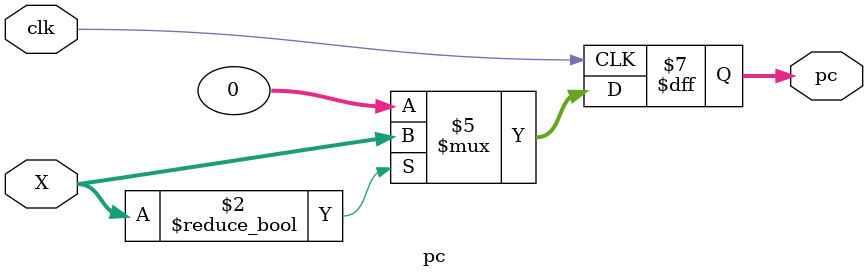
<source format=v>
`timescale 1ns/1ns

module pc(
	input [31:0] X,
	input clk,
    output reg [31:0] pc
);

//reg [3:0] pc;
initial
    pc = 32'b0;

always@(posedge clk)
    begin
        if(X)
    	pc = X;
        else begin
                      pc = 0;
                  end          
    end
endmodule

</source>
